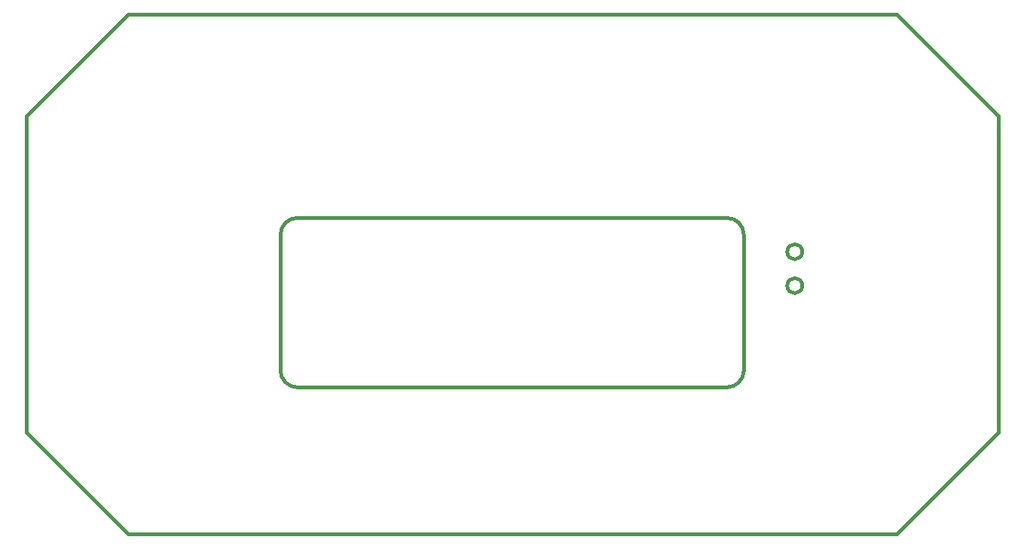
<source format=gbr>
G04 #@! TF.GenerationSoftware,KiCad,Pcbnew,5.1.6-c6e7f7d~87~ubuntu19.10.1*
G04 #@! TF.CreationDate,2021-07-04T19:22:05+06:00*
G04 #@! TF.ProjectId,fuzz_factory_r1b_r1b,66757a7a-5f66-4616-9374-6f72795f7231,MB:1B/PB:1B*
G04 #@! TF.SameCoordinates,Original*
G04 #@! TF.FileFunction,Profile,NP*
%FSLAX46Y46*%
G04 Gerber Fmt 4.6, Leading zero omitted, Abs format (unit mm)*
G04 Created by KiCad (PCBNEW 5.1.6-c6e7f7d~87~ubuntu19.10.1) date 2021-07-04 19:22:05*
%MOMM*%
%LPD*%
G01*
G04 APERTURE LIST*
G04 #@! TA.AperFunction,Profile*
%ADD10C,0.400000*%
G04 #@! TD*
G04 APERTURE END LIST*
D10*
X179920000Y-116840000D02*
G75*
G03*
X179920000Y-116840000I-850000J0D01*
G01*
X179920000Y-113030000D02*
G75*
G03*
X179920000Y-113030000I-850000J0D01*
G01*
X123190000Y-128270000D02*
G75*
G02*
X121285000Y-126365000I0J1905000D01*
G01*
X173355000Y-126365000D02*
G75*
G02*
X171450000Y-128270000I-1905000J0D01*
G01*
X171450000Y-109220000D02*
G75*
G02*
X173355000Y-111125000I0J-1905000D01*
G01*
X121285000Y-111125000D02*
G75*
G02*
X123190000Y-109220000I1905000J0D01*
G01*
X173355000Y-111125000D02*
X173355000Y-126365000D01*
X121285000Y-111125000D02*
X121285000Y-126365000D01*
X123190000Y-128270000D02*
X171450000Y-128270000D01*
X123190000Y-109220000D02*
X171450000Y-109220000D01*
X190500000Y-144780000D02*
X201930000Y-133350000D01*
X92710000Y-133350000D02*
X104140000Y-144780000D01*
X190500000Y-86360000D02*
X201930000Y-97790000D01*
X92710000Y-97790000D02*
X104140000Y-86360000D01*
X201930000Y-97790000D02*
X201930000Y-133350000D01*
X92710000Y-97790000D02*
X92710000Y-133350000D01*
X104140000Y-144780000D02*
X190500000Y-144780000D01*
X104140000Y-86360000D02*
X190500000Y-86360000D01*
M02*

</source>
